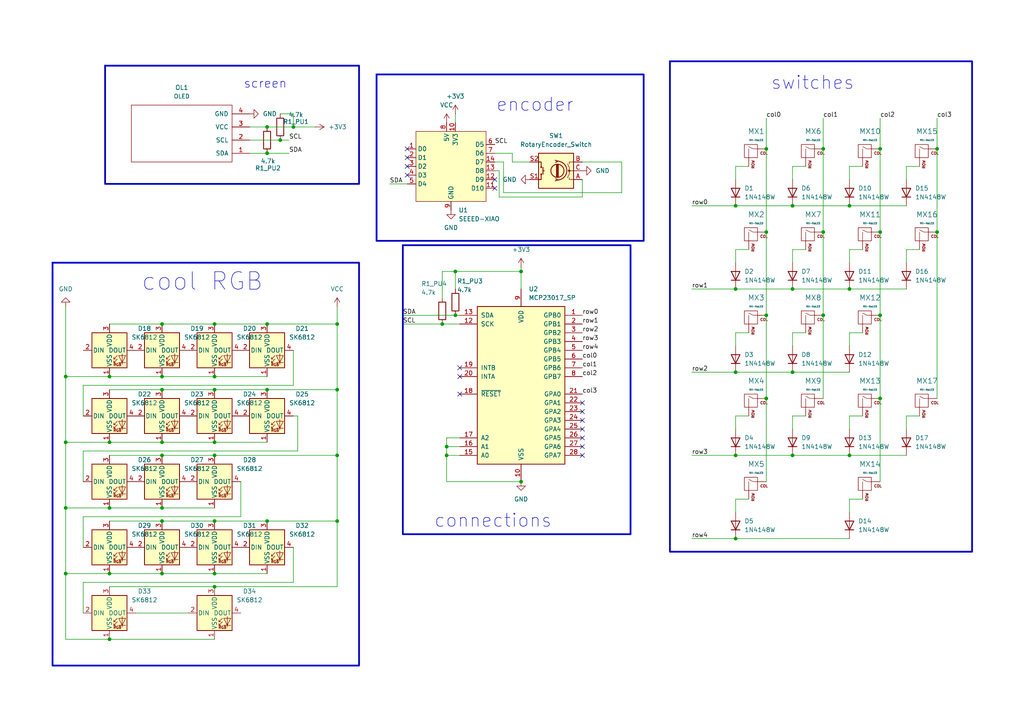
<source format=kicad_sch>
(kicad_sch (version 20231120) (generator "eeschema") (generator_version "8.0")
  (paper "A4")
  (lib_symbols
    (symbol "Device:R" (pin_numbers hide) (pin_names (offset 0))
      (property "Reference" "R" (at 2.032 0 90))
      (property "Value" "R" (at 0 0 90))
      (symbol "R_0_1"
        (rectangle (start -1.016 -2.54) (end 1.016 2.54) (stroke (width 0.254)))
      )
      (symbol "R_1_1"
        (pin passive line (at 0 3.81 270) (length 1.27) (name "~") (number "1"))
        (pin passive line (at 0 -3.81 90) (length 1.27) (name "~") (number "2"))
      )
    )
    (symbol "Device:RotaryEncoder_Switch" (pin_names (offset 0.254) hide)
      (property "Reference" "SW" (at 0 6.604 0))
      (property "Value" "RotaryEncoder_Switch" (at 0 -6.604 0))
      (symbol "RotaryEncoder_Switch_0_1"
        (rectangle (start -5.08 5.08) (end 5.08 -5.08) (stroke (width 0.254)) (fill (type background)))
        (circle (center -3.81 0) (radius 0.254) (fill (type outline)))
        (circle (center -0.381 0) (radius 1.905) (stroke (width 0.254)))
        (arc (start -0.381 2.667) (mid -3.0988 -0.0635) (end -0.381 -2.794) (stroke (width 0.254)))
        (polyline (pts (xy -0.635 -1.778) (xy -0.635 1.778)) (stroke (width 0.254)))
        (polyline (pts (xy -0.381 -1.778) (xy -0.381 1.778)) (stroke (width 0.254)))
        (polyline (pts (xy -0.127 1.778) (xy -0.127 -1.778)) (stroke (width 0.254)))
        (polyline (pts (xy 3.81 0) (xy 3.429 0)) (stroke (width 0.254)))
        (polyline (pts (xy 3.81 1.016) (xy 3.81 -1.016)) (stroke (width 0.254)))
        (polyline (pts (xy -5.08 -2.54) (xy -3.81 -2.54) (xy -3.81 -2.032)))
        (polyline (pts (xy -5.08 2.54) (xy -3.81 2.54) (xy -3.81 2.032)))
        (polyline (pts (xy 0.254 -3.048) (xy -0.508 -2.794) (xy 0.127 -2.413)) (stroke (width 0.254)))
        (polyline (pts (xy 0.254 2.921) (xy -0.508 2.667) (xy 0.127 2.286)) (stroke (width 0.254)))
        (polyline (pts (xy 5.08 -2.54) (xy 4.318 -2.54) (xy 4.318 -1.016)) (stroke (width 0.254)))
        (polyline (pts (xy 5.08 2.54) (xy 4.318 2.54) (xy 4.318 1.016)) (stroke (width 0.254)))
        (polyline (pts (xy -5.08 0) (xy -3.81 0) (xy -3.81 -1.016) (xy -3.302 -2.032)))
        (polyline (pts (xy -4.318 0) (xy -3.81 0) (xy -3.81 1.016) (xy -3.302 2.032)))
        (circle (center 4.318 -1.016) (radius 0.127) (stroke (width 0.254)))
        (circle (center 4.318 1.016) (radius 0.127) (stroke (width 0.254)))
      )
      (symbol "RotaryEncoder_Switch_1_1"
        (pin passive line (at -7.62 2.54 0) (length 2.54) (name "A") (number "A"))
        (pin passive line (at -7.62 -2.54 0) (length 2.54) (name "B") (number "B"))
        (pin passive line (at -7.62 0 0) (length 2.54) (name "C") (number "C"))
        (pin passive line (at 7.62 2.54 180) (length 2.54) (name "S1") (number "S1"))
        (pin passive line (at 7.62 -2.54 180) (length 2.54) (name "S2") (number "S2"))
      )
    )
    (symbol "Diode:1N4148W" (pin_numbers hide) (pin_names hide)
      (property "Reference" "D" (at 0 2.54 0))
      (property "Value" "1N4148W" (at 0 -2.54 0))
      (symbol "1N4148W_0_1"
        (polyline (pts (xy -1.27 1.27) (xy -1.27 -1.27)) (stroke (width 0.254)))
        (polyline (pts (xy 1.27 0) (xy -1.27 0)))
        (polyline (pts (xy 1.27 1.27) (xy 1.27 -1.27) (xy -1.27 0) (xy 1.27 1.27)) (stroke (width 0.254)))
      )
      (symbol "1N4148W_1_1"
        (pin passive line (at -3.81 0 0) (length 2.54) (name "K") (number "1"))
        (pin passive line (at 3.81 0 180) (length 2.54) (name "A") (number "2"))
      )
    )
    (symbol "Interface_Expansion:MCP23017_SP" (pin_names (offset 1.016))
      (property "Reference" "U" (at -11.43 24.13 0))
      (property "Value" "MCP23017_SP" (at 0 0 0))
      (symbol "MCP23017_SP_0_1"
        (rectangle (start -12.7 22.86) (end 12.7 -22.86) (stroke (width 0.254)) (fill (type background)))
      )
      (symbol "MCP23017_SP_1_1"
        (pin bidirectional line (at 17.78 20.32 180) (length 5.08) (name "GPB0") (number "1"))
        (pin power_in line (at 0 -27.94 90) (length 5.08) (name "VSS") (number "10"))
        (pin no_connect line (at -12.7 15.24 0) (length 5.08) hide (name "NC") (number "11"))
        (pin input line (at -17.78 17.78 0) (length 5.08) (name "SCK") (number "12"))
        (pin bidirectional line (at -17.78 20.32 0) (length 5.08) (name "SDA") (number "13"))
        (pin no_connect line (at -12.7 12.7 0) (length 5.08) hide (name "NC") (number "14"))
        (pin input line (at -17.78 -20.32 0) (length 5.08) (name "A0") (number "15"))
        (pin input line (at -17.78 -17.78 0) (length 5.08) (name "A1") (number "16"))
        (pin input line (at -17.78 -15.24 0) (length 5.08) (name "A2") (number "17"))
        (pin input line (at -17.78 -2.54 0) (length 5.08) (name "~{RESET}") (number "18"))
        (pin tri_state line (at -17.78 5.08 0) (length 5.08) (name "INTB") (number "19"))
        (pin bidirectional line (at 17.78 17.78 180) (length 5.08) (name "GPB1") (number "2"))
        (pin tri_state line (at -17.78 2.54 0) (length 5.08) (name "INTA") (number "20"))
        (pin bidirectional line (at 17.78 -2.54 180) (length 5.08) (name "GPA0") (number "21"))
        (pin bidirectional line (at 17.78 -5.08 180) (length 5.08) (name "GPA1") (number "22"))
        (pin bidirectional line (at 17.78 -7.62 180) (length 5.08) (name "GPA2") (number "23"))
        (pin bidirectional line (at 17.78 -10.16 180) (length 5.08) (name "GPA3") (number "24"))
        (pin bidirectional line (at 17.78 -12.7 180) (length 5.08) (name "GPA4") (number "25"))
        (pin bidirectional line (at 17.78 -15.24 180) (length 5.08) (name "GPA5") (number "26"))
        (pin bidirectional line (at 17.78 -17.78 180) (length 5.08) (name "GPA6") (number "27"))
        (pin bidirectional line (at 17.78 -20.32 180) (length 5.08) (name "GPA7") (number "28"))
        (pin bidirectional line (at 17.78 15.24 180) (length 5.08) (name "GPB2") (number "3"))
        (pin bidirectional line (at 17.78 12.7 180) (length 5.08) (name "GPB3") (number "4"))
        (pin bidirectional line (at 17.78 10.16 180) (length 5.08) (name "GPB4") (number "5"))
        (pin bidirectional line (at 17.78 7.62 180) (length 5.08) (name "GPB5") (number "6"))
        (pin bidirectional line (at 17.78 5.08 180) (length 5.08) (name "GPB6") (number "7"))
        (pin bidirectional line (at 17.78 2.54 180) (length 5.08) (name "GPB7") (number "8"))
        (pin power_in line (at 0 27.94 270) (length 5.08) (name "VDD") (number "9"))
      )
    )
    (symbol "LED:SK6812" (pin_names (offset 0.254))
      (property "Reference" "D" (at 5.08 5.715 0))
      (property "Value" "SK6812" (at 1.27 -5.715 0))
      (symbol "SK6812_0_0"
        (text "RGB" (at 2.286 -4.191 0) (effects (font (size 0.762 0.762))))
      )
      (symbol "SK6812_0_1"
        (polyline (pts (xy 1.27 -3.556) (xy 1.778 -3.556)))
        (polyline (pts (xy 1.27 -2.54) (xy 1.778 -2.54)))
        (polyline (pts (xy 4.699 -3.556) (xy 2.667 -3.556)))
        (polyline (pts (xy 2.286 -2.54) (xy 1.27 -3.556) (xy 1.27 -3.048)))
        (polyline (pts (xy 2.286 -1.524) (xy 1.27 -2.54) (xy 1.27 -2.032)))
        (polyline (pts (xy 3.683 -1.016) (xy 3.683 -3.556) (xy 3.683 -4.064)))
        (polyline (pts (xy 4.699 -1.524) (xy 2.667 -1.524) (xy 3.683 -3.556) (xy 4.699 -1.524)))
        (rectangle (start 5.08 5.08) (end -5.08 -5.08) (stroke (width 0.254)) (fill (type background)))
      )
      (symbol "SK6812_1_1"
        (pin power_in line (at 0 -7.62 90) (length 2.54) (name "VSS") (number "1"))
        (pin input line (at -7.62 0 0) (length 2.54) (name "DIN") (number "2"))
        (pin power_in line (at 0 7.62 270) (length 2.54) (name "VDD") (number "3"))
        (pin output line (at 7.62 0 180) (length 2.54) (name "DOUT") (number "4"))
      )
    )
    (symbol "MX_Alps_Hybrid:MX-NoLED" (pin_names (offset 1.016))
      (property "Reference" "MX" (at -0.635 3.81 0))
      (property "Value" "MX-NoLED" (at -0.635 1.27 0))
      (symbol "MX-NoLED_0_0"
        (rectangle (start -2.54 2.54) (end 1.27 -1.27))
        (polyline (pts (xy -1.27 -1.27) (xy -1.27 1.27)) (stroke (width 0.127)))
        (polyline (pts (xy 1.27 1.27) (xy 0 1.27) (xy -1.27 1.905)) (stroke (width 0.127)))
        (text "COL" (at 3.175 0 0) (effects (font (size 0.762 0.762))))
        (text "ROW" (at 0 -1.905 900) (effects (font (size 0.762 0.762)) (justify right)))
      )
      (symbol "MX-NoLED_1_1"
        (pin passive line (at 3.81 1.27 180) (length 2.54) (name "COL") (number "1"))
        (pin passive line (at -1.27 -3.81 90) (length 2.54) (name "ROW") (number "2"))
      )
    )
    (symbol "SEEED-XIAO:SEEED-XIAO"
      (property "Reference" "U" (at 2.794 13.716 0))
      (property "Value" "SEEED-XIAO" (at -0.254 0 0))
      (symbol "SEEED-XIAO_0_1"
        (rectangle (start -10.16 10.16) (end 10.16 -10.16) (fill (type background)))
      )
      (symbol "SEEED-XIAO_1_1"
        (pin bidirectional line (at -12.7 5.08 0) (length 2.54) (name "D0") (number "1"))
        (pin power_in line (at 1.27 12.7 270) (length 2.54) (name "3V3") (number "10"))
        (pin bidirectional line (at 12.7 -6.35 180) (length 2.54) (name "D10") (number "11"))
        (pin bidirectional line (at 12.7 -3.81 180) (length 2.54) (name "D9") (number "12"))
        (pin bidirectional line (at 12.7 -1.27 180) (length 2.54) (name "D8") (number "13"))
        (pin bidirectional line (at 12.7 1.27 180) (length 2.54) (name "D7") (number "14"))
        (pin bidirectional line (at -12.7 2.54 0) (length 2.54) (name "D1") (number "2"))
        (pin bidirectional line (at -12.7 0 0) (length 2.54) (name "D2") (number "3"))
        (pin bidirectional line (at -12.7 -2.54 0) (length 2.54) (name "D3") (number "4"))
        (pin bidirectional line (at -12.7 -5.08 0) (length 2.54) (name "D4") (number "5"))
        (pin bidirectional line (at 12.7 6.35 180) (length 2.54) (name "D5") (number "6"))
        (pin bidirectional line (at 12.7 3.81 180) (length 2.54) (name "D6") (number "7"))
        (pin power_in line (at -1.27 12.7 270) (length 2.54) (name "5V") (number "8"))
        (pin power_in line (at 0 -12.7 90) (length 2.54) (name "GND") (number "9"))
      )
    )
    (symbol "kbd:OLED" (pin_names (offset 1.016))
      (property "Reference" "OL" (at 0 2.54 0))
      (property "Value" "OLED" (at 0 -1.27 0))
      (symbol "OLED_0_1"
        (rectangle (start -13.97 8.89) (end 15.24 -7.62))
      )
      (symbol "OLED_1_1"
        (pin bidirectional line (at -19.05 6.35 0) (length 5.08) (name "SDA") (number "1"))
        (pin bidirectional line (at -19.05 2.54 0) (length 5.08) (name "SCL") (number "2"))
        (pin power_in line (at -19.05 -1.27 0) (length 5.08) (name "VCC") (number "3"))
        (pin power_in line (at -19.05 -5.08 0) (length 5.08) (name "GND") (number "4"))
      )
    )
    (symbol "power:+3V3" (power) (pin_numbers hide) (pin_names (offset 0) hide)
      (property "Value" "+3V3" (at 0 3.556 0))
      (symbol "+3V3_0_1"
        (polyline (pts (xy -0.762 1.27) (xy 0 2.54)))
        (polyline (pts (xy 0 0) (xy 0 2.54)))
        (polyline (pts (xy 0 2.54) (xy 0.762 1.27)))
      )
      (symbol "+3V3_1_1"
        (pin power_in line (at 0 0 90) (length 0) (name "~") (number "1"))
      )
    )
    (symbol "power:GND" (power) (pin_numbers hide) (pin_names (offset 0) hide)
      (property "Value" "GND" (at 0 -3.81 0))
      (symbol "GND_0_1"
        (polyline (pts (xy 0 0) (xy 0 -1.27) (xy 1.27 -1.27) (xy 0 -2.54) (xy -1.27 -1.27) (xy 0 -1.27)))
      )
      (symbol "GND_1_1"
        (pin power_in line (at 0 0 270) (length 0) (name "~") (number "1"))
      )
    )
    (symbol "power:VCC" (power) (pin_numbers hide) (pin_names (offset 0) hide)
      (property "Value" "VCC" (at 0 3.556 0))
      (symbol "VCC_0_1"
        (polyline (pts (xy -0.762 1.27) (xy 0 2.54)))
        (polyline (pts (xy 0 0) (xy 0 2.54)))
        (polyline (pts (xy 0 2.54) (xy 0.762 1.27)))
      )
      (symbol "VCC_1_1"
        (pin power_in line (at 0 0 90) (length 0) (name "~") (number "1"))
      )
    )
  )
  (junction (at 246.38 59.69))
  (junction (at 222.25 43.18))
  (junction (at 77.47 36.83))
  (junction (at 46.99 147.32))
  (junction (at 19.05 128.27))
  (junction (at 132.08 78.74))
  (junction (at 62.23 128.27))
  (junction (at 255.27 91.44))
  (junction (at 77.47 44.45))
  (junction (at 19.05 109.22))
  (junction (at 213.36 156.21))
  (junction (at 77.47 93.98))
  (junction (at 97.79 93.98))
  (junction (at 255.27 43.18))
  (junction (at 129.54 132.08))
  (junction (at 46.99 109.22))
  (junction (at 229.87 83.82))
  (junction (at 129.54 129.54))
  (junction (at 31.75 166.37))
  (junction (at 213.36 59.69))
  (junction (at 62.23 166.37))
  (junction (at 151.13 139.7))
  (junction (at 222.25 67.31))
  (junction (at 62.23 113.03))
  (junction (at 19.05 166.37))
  (junction (at 238.76 43.18))
  (junction (at 62.23 151.13))
  (junction (at 85.09 36.83))
  (junction (at 151.13 78.74))
  (junction (at 46.99 128.27))
  (junction (at 246.38 83.82))
  (junction (at 229.87 107.95))
  (junction (at 81.28 40.64))
  (junction (at 46.99 113.03))
  (junction (at 213.36 83.82))
  (junction (at 62.23 170.18))
  (junction (at 238.76 67.31))
  (junction (at 213.36 132.08))
  (junction (at 229.87 59.69))
  (junction (at 271.78 67.31))
  (junction (at 246.38 132.08))
  (junction (at 77.47 151.13))
  (junction (at 46.99 93.98))
  (junction (at 213.36 107.95))
  (junction (at 222.25 115.57))
  (junction (at 128.27 93.98))
  (junction (at 238.76 91.44))
  (junction (at 62.23 93.98))
  (junction (at 271.78 43.18))
  (junction (at 255.27 115.57))
  (junction (at 46.99 132.08))
  (junction (at 31.75 147.32))
  (junction (at 132.08 91.44))
  (junction (at 46.99 166.37))
  (junction (at 222.25 91.44))
  (junction (at 19.05 147.32))
  (junction (at 97.79 151.13))
  (junction (at 97.79 132.08))
  (junction (at 97.79 113.03))
  (junction (at 255.27 67.31))
  (junction (at 31.75 109.22))
  (junction (at 62.23 132.08))
  (junction (at 46.99 151.13))
  (junction (at 62.23 109.22))
  (junction (at 31.75 128.27))
  (junction (at 77.47 113.03))
  (junction (at 229.87 132.08))
  (junction (at 31.75 185.42))
  (no_connect (at 133.35 114.3))
  (no_connect (at 118.11 50.8))
  (no_connect (at 118.11 43.18))
  (no_connect (at 168.91 127))
  (no_connect (at 133.35 109.22))
  (no_connect (at 168.91 121.92))
  (no_connect (at 143.51 54.61))
  (no_connect (at 133.35 106.68))
  (no_connect (at 168.91 116.84))
  (no_connect (at 118.11 45.72))
  (no_connect (at 168.91 132.08))
  (no_connect (at 168.91 129.54))
  (no_connect (at 143.51 52.07))
  (no_connect (at 118.11 48.26))
  (no_connect (at 168.91 119.38))
  (no_connect (at 168.91 124.46))
  (wire (pts (xy 229.87 120.65) (xy 229.87 124.46)))
  (wire (pts (xy 128.27 78.74) (xy 132.08 78.74)))
  (wire (pts (xy 246.38 120.65) (xy 246.38 124.46)))
  (wire (pts (xy 19.05 147.32) (xy 19.05 166.37)))
  (wire (pts (xy 213.36 132.08) (xy 229.87 132.08)))
  (wire (pts (xy 62.23 166.37) (xy 77.47 166.37)))
  (wire (pts (xy 31.75 113.03) (xy 46.99 113.03)))
  (wire (pts (xy 222.25 34.29) (xy 222.25 43.18)))
  (wire (pts (xy 46.99 151.13) (xy 62.23 151.13)))
  (wire (pts (xy 229.87 132.08) (xy 246.38 132.08)))
  (wire (pts (xy 69.85 149.86) (xy 24.13 149.86)))
  (wire (pts (xy 213.36 72.39) (xy 213.36 76.2)))
  (wire (pts (xy 31.75 185.42) (xy 62.23 185.42)))
  (wire (pts (xy 77.47 93.98) (xy 97.79 93.98)))
  (wire (pts (xy 132.08 33.02) (xy 132.08 35.56)))
  (wire (pts (xy 213.36 144.78) (xy 213.36 148.59)))
  (wire (pts (xy 24.13 149.86) (xy 24.13 158.75)))
  (wire (pts (xy 19.05 88.9) (xy 19.05 109.22)))
  (wire (pts (xy 132.08 78.74) (xy 151.13 78.74)))
  (wire (pts (xy 97.79 132.08) (xy 97.79 113.03)))
  (wire (pts (xy 238.76 43.18) (xy 238.76 67.31)))
  (wire (pts (xy 238.76 34.29) (xy 238.76 43.18)))
  (wire (pts (xy 129.54 127) (xy 133.35 127)))
  (wire (pts (xy 229.87 48.26) (xy 229.87 52.07)))
  (wire (pts (xy 151.13 78.74) (xy 151.13 77.47)))
  (wire (pts (xy 86.36 120.65) (xy 86.36 130.81)))
  (wire (pts (xy 200.66 107.95) (xy 213.36 107.95)))
  (wire (pts (xy 31.75 151.13) (xy 46.99 151.13)))
  (wire (pts (xy 250.19 144.78) (xy 246.38 144.78)))
  (wire (pts (xy 77.47 151.13) (xy 97.79 151.13)))
  (wire (pts (xy 77.47 113.03) (xy 97.79 113.03)))
  (wire (pts (xy 146.05 46.99) (xy 143.51 46.99)))
  (wire (pts (xy 46.99 109.22) (xy 62.23 109.22)))
  (wire (pts (xy 72.39 36.83) (xy 77.47 36.83)))
  (wire (pts (xy 46.99 128.27) (xy 62.23 128.27)))
  (wire (pts (xy 31.75 132.08) (xy 46.99 132.08)))
  (wire (pts (xy 213.36 96.52) (xy 213.36 100.33)))
  (wire (pts (xy 85.09 120.65) (xy 86.36 120.65)))
  (wire (pts (xy 77.47 36.83) (xy 85.09 36.83)))
  (wire (pts (xy 238.76 91.44) (xy 238.76 115.57)))
  (wire (pts (xy 46.99 166.37) (xy 62.23 166.37)))
  (wire (pts (xy 238.76 67.31) (xy 238.76 91.44)))
  (wire (pts (xy 31.75 170.18) (xy 62.23 170.18)))
  (wire (pts (xy 222.25 67.31) (xy 222.25 91.44)))
  (wire (pts (xy 262.89 48.26) (xy 262.89 52.07)))
  (wire (pts (xy 151.13 139.7) (xy 129.54 139.7)))
  (wire (pts (xy 246.38 48.26) (xy 246.38 52.07)))
  (wire (pts (xy 146.05 55.88) (xy 146.05 46.99)))
  (wire (pts (xy 62.23 113.03) (xy 77.47 113.03)))
  (wire (pts (xy 39.37 177.8) (xy 54.61 177.8)))
  (wire (pts (xy 217.17 72.39) (xy 213.36 72.39)))
  (wire (pts (xy 72.39 44.45) (xy 77.47 44.45)))
  (wire (pts (xy 266.7 72.39) (xy 262.89 72.39)))
  (wire (pts (xy 62.23 151.13) (xy 77.47 151.13)))
  (wire (pts (xy 19.05 147.32) (xy 31.75 147.32)))
  (wire (pts (xy 31.75 147.32) (xy 46.99 147.32)))
  (wire (pts (xy 31.75 93.98) (xy 46.99 93.98)))
  (wire (pts (xy 97.79 88.9) (xy 97.79 93.98)))
  (wire (pts (xy 255.27 67.31) (xy 255.27 91.44)))
  (wire (pts (xy 62.23 128.27) (xy 77.47 128.27)))
  (wire (pts (xy 19.05 166.37) (xy 31.75 166.37)))
  (wire (pts (xy 97.79 151.13) (xy 97.79 132.08)))
  (wire (pts (xy 250.19 96.52) (xy 246.38 96.52)))
  (wire (pts (xy 31.75 128.27) (xy 46.99 128.27)))
  (wire (pts (xy 246.38 144.78) (xy 246.38 148.59)))
  (wire (pts (xy 19.05 109.22) (xy 31.75 109.22)))
  (wire (pts (xy 97.79 93.98) (xy 97.79 113.03)))
  (wire (pts (xy 229.87 59.69) (xy 246.38 59.69)))
  (wire (pts (xy 271.78 34.29) (xy 271.78 43.18)))
  (wire (pts (xy 113.03 53.34) (xy 118.11 53.34)))
  (wire (pts (xy 233.68 96.52) (xy 229.87 96.52)))
  (wire (pts (xy 229.87 107.95) (xy 246.38 107.95)))
  (wire (pts (xy 72.39 40.64) (xy 81.28 40.64)))
  (wire (pts (xy 229.87 72.39) (xy 229.87 76.2)))
  (wire (pts (xy 31.75 109.22) (xy 46.99 109.22)))
  (wire (pts (xy 129.54 129.54) (xy 129.54 127)))
  (wire (pts (xy 213.36 48.26) (xy 213.36 52.07)))
  (wire (pts (xy 24.13 130.81) (xy 24.13 139.7)))
  (wire (pts (xy 213.36 107.95) (xy 229.87 107.95)))
  (wire (pts (xy 250.19 72.39) (xy 246.38 72.39)))
  (wire (pts (xy 81.28 40.64) (xy 83.82 40.64)))
  (wire (pts (xy 217.17 48.26) (xy 213.36 48.26)))
  (wire (pts (xy 200.66 156.21) (xy 213.36 156.21)))
  (wire (pts (xy 129.54 139.7) (xy 129.54 132.08)))
  (wire (pts (xy 217.17 120.65) (xy 213.36 120.65)))
  (wire (pts (xy 168.91 57.15) (xy 144.78 57.15)))
  (wire (pts (xy 246.38 83.82) (xy 262.89 83.82)))
  (wire (pts (xy 180.34 46.99) (xy 180.34 55.88)))
  (wire (pts (xy 233.68 120.65) (xy 229.87 120.65)))
  (wire (pts (xy 200.66 83.82) (xy 213.36 83.82)))
  (wire (pts (xy 85.09 158.75) (xy 85.09 168.91)))
  (wire (pts (xy 222.25 43.18) (xy 222.25 67.31)))
  (wire (pts (xy 77.47 44.45) (xy 83.82 44.45)))
  (wire (pts (xy 229.87 96.52) (xy 229.87 100.33)))
  (wire (pts (xy 271.78 43.18) (xy 271.78 67.31)))
  (wire (pts (xy 129.54 132.08) (xy 133.35 132.08)))
  (wire (pts (xy 255.27 91.44) (xy 255.27 115.57)))
  (wire (pts (xy 128.27 93.98) (xy 133.35 93.98)))
  (wire (pts (xy 246.38 96.52) (xy 246.38 100.33)))
  (wire (pts (xy 24.13 168.91) (xy 24.13 177.8)))
  (wire (pts (xy 200.66 59.69) (xy 213.36 59.69)))
  (wire (pts (xy 250.19 48.26) (xy 246.38 48.26)))
  (wire (pts (xy 255.27 115.57) (xy 255.27 139.7)))
  (wire (pts (xy 62.23 170.18) (xy 97.79 170.18)))
  (wire (pts (xy 213.36 83.82) (xy 229.87 83.82)))
  (wire (pts (xy 168.91 52.07) (xy 168.91 57.15)))
  (wire (pts (xy 217.17 144.78) (xy 213.36 144.78)))
  (wire (pts (xy 19.05 185.42) (xy 19.05 166.37)))
  (wire (pts (xy 180.34 55.88) (xy 146.05 55.88)))
  (wire (pts (xy 151.13 78.74) (xy 151.13 83.82)))
  (wire (pts (xy 229.87 83.82) (xy 246.38 83.82)))
  (wire (pts (xy 31.75 166.37) (xy 46.99 166.37)))
  (wire (pts (xy 85.09 33.02) (xy 85.09 36.83)))
  (wire (pts (xy 255.27 34.29) (xy 255.27 43.18)))
  (wire (pts (xy 262.89 120.65) (xy 262.89 124.46)))
  (wire (pts (xy 116.84 93.98) (xy 128.27 93.98)))
  (wire (pts (xy 213.36 59.69) (xy 229.87 59.69)))
  (wire (pts (xy 116.84 91.44) (xy 132.08 91.44)))
  (wire (pts (xy 129.54 132.08) (xy 129.54 129.54)))
  (wire (pts (xy 144.78 57.15) (xy 144.78 49.53)))
  (wire (pts (xy 213.36 156.21) (xy 246.38 156.21)))
  (wire (pts (xy 19.05 128.27) (xy 19.05 147.32)))
  (wire (pts (xy 24.13 111.76) (xy 24.13 120.65)))
  (wire (pts (xy 222.25 91.44) (xy 222.25 115.57)))
  (wire (pts (xy 46.99 132.08) (xy 62.23 132.08)))
  (wire (pts (xy 62.23 109.22) (xy 77.47 109.22)))
  (wire (pts (xy 86.36 130.81) (xy 24.13 130.81)))
  (wire (pts (xy 217.17 96.52) (xy 213.36 96.52)))
  (wire (pts (xy 46.99 147.32) (xy 62.23 147.32)))
  (wire (pts (xy 233.68 72.39) (xy 229.87 72.39)))
  (wire (pts (xy 19.05 128.27) (xy 31.75 128.27)))
  (wire (pts (xy 266.7 48.26) (xy 262.89 48.26)))
  (wire (pts (xy 46.99 113.03) (xy 62.23 113.03)))
  (wire (pts (xy 144.78 49.53) (xy 143.51 49.53)))
  (wire (pts (xy 148.59 46.99) (xy 148.59 44.45)))
  (wire (pts (xy 69.85 139.7) (xy 69.85 149.86)))
  (wire (pts (xy 81.28 33.02) (xy 85.09 33.02)))
  (wire (pts (xy 148.59 44.45) (xy 143.51 44.45)))
  (wire (pts (xy 85.09 101.6) (xy 85.09 111.76)))
  (wire (pts (xy 128.27 86.36) (xy 128.27 78.74)))
  (wire (pts (xy 266.7 120.65) (xy 262.89 120.65)))
  (wire (pts (xy 85.09 168.91) (xy 24.13 168.91)))
  (wire (pts (xy 262.89 72.39) (xy 262.89 76.2)))
  (wire (pts (xy 62.23 132.08) (xy 97.79 132.08)))
  (wire (pts (xy 46.99 93.98) (xy 62.23 93.98)))
  (wire (pts (xy 246.38 59.69) (xy 262.89 59.69)))
  (wire (pts (xy 153.67 46.99) (xy 148.59 46.99)))
  (wire (pts (xy 19.05 109.22) (xy 19.05 128.27)))
  (wire (pts (xy 85.09 111.76) (xy 24.13 111.76)))
  (wire (pts (xy 129.54 129.54) (xy 133.35 129.54)))
  (wire (pts (xy 132.08 91.44) (xy 133.35 91.44)))
  (wire (pts (xy 233.68 48.26) (xy 229.87 48.26)))
  (wire (pts (xy 31.75 185.42) (xy 19.05 185.42)))
  (wire (pts (xy 85.09 36.83) (xy 91.44 36.83)))
  (wire (pts (xy 246.38 72.39) (xy 246.38 76.2)))
  (wire (pts (xy 250.19 120.65) (xy 246.38 120.65)))
  (wire (pts (xy 222.25 115.57) (xy 222.25 139.7)))
  (wire (pts (xy 271.78 67.31) (xy 271.78 115.57)))
  (wire (pts (xy 200.66 132.08) (xy 213.36 132.08)))
  (wire (pts (xy 62.23 93.98) (xy 77.47 93.98)))
  (wire (pts (xy 255.27 43.18) (xy 255.27 67.31)))
  (wire (pts (xy 213.36 120.65) (xy 213.36 124.46)))
  (wire (pts (xy 132.08 83.82) (xy 132.08 78.74)))
  (wire (pts (xy 246.38 132.08) (xy 262.89 132.08)))
  (wire (pts (xy 168.91 46.99) (xy 180.34 46.99)))
  (wire (pts (xy 97.79 170.18) (xy 97.79 151.13)))
  (rectangle (start 116.84 71.12) (end 182.88 154.94) (stroke (width 0.508)))
  (rectangle (start 194.31 17.78) (end 281.94 160.02) (stroke (width 0.508)))
  (rectangle (start 109.22 21.59) (end 186.69 69.85) (stroke (width 0.508)))
  (rectangle (start 15.24 76.2) (end 104.14 193.04) (stroke (width 0.508)))
  (rectangle (start 30.48 19.05) (end 104.14 53.34) (stroke (width 0.508)))
  (text "connections" (at 143.002 151.13 0) (effects (font (size 3.81 3.81))))
  (text "encoder" (at 155.194 30.48 0) (effects (font (size 3.81 3.81))))
  (text "screen\n" (at 76.962 24.384 0) (effects (font (size 2.54 2.54))))
  (text "switches" (at 235.712 24.13 0) (effects (font (size 3.81 3.81))))
  (text "cool RGB" (at 58.674 81.788 0) (effects (font (size 5.08 5.08))))
  (label "col0" (at 168.91 104.14 0))
  (label "row1" (at 168.91 93.98 0))
  (label "SDA" (at 83.82 44.45 0))
  (label "row0" (at 168.91 91.44 0))
  (label "row3" (at 168.91 99.06 0))
  (label "SCL" (at 143.51 41.91 0))
  (label "SCL" (at 83.82 40.64 0))
  (label "col2" (at 255.27 34.29 0))
  (label "row3" (at 200.66 132.08 0))
  (label "col1" (at 168.91 106.68 0))
  (label "SDA" (at 116.84 91.44 0))
  (label "row1" (at 200.66 83.82 0))
  (label "col3" (at 168.91 114.3 0))
  (label "row0" (at 200.66 59.69 0))
  (label "row2" (at 200.66 107.95 0))
  (label "SDA" (at 113.03 53.34 0))
  (label "row4" (at 168.91 101.6 0))
  (label "row2" (at 168.91 96.52 0))
  (label "col2" (at 168.91 109.22 0))
  (label "row4" (at 200.66 156.21 0))
  (label "col1" (at 238.76 34.29 0))
  (label "SCL" (at 116.84 93.98 0))
  (label "col3" (at 271.78 34.29 0))
  (label "col0" (at 222.25 34.29 0))
  (symbol (lib_id "Diode:1N4148W") (at 213.36 152.4 90) (unit 1)
    (property "Reference" "D5" (at 215.9 151.1299 90) (effects (justify right)))
    (property "Value" "1N4148W" (at 215.9 153.6699 90) (effects (justify right)))
    (property "Footprint" "Diode_THT:D_DO-35_SOD27_P7.62mm_Horizontal" (effects (hide yes)))
    (property "Datasheet" "https://www.vishay.com/docs/85748/1n4148w.pdf" (effects (hide yes)))
    (property "Description" "75V 0.15A Fast Switching Diode, SOD-123" (effects (hide yes)))
    (property "Sim.Device" "D" (effects (hide yes)))
    (property "Sim.Pins" "1=K 2=A" (effects (hide yes)))
  )
  (symbol (lib_id "MX_Alps_Hybrid:MX-NoLED") (at 218.44 68.58 0) (unit 1)
    (property "Reference" "MX2" (at 219.3352 62.23 0) (effects (font (size 1.524 1.524))))
    (property "Value" "MX-NoLED" (at 219.3352 64.77 0) (effects (font (size 0.508 0.508))))
    (property "Footprint" "MX_Solderable:MX-Solderable-1U" (effects (hide yes)))
  )
  (symbol (lib_id "Device:R") (at 128.27 90.17 0) (unit 1)
    (property "Reference" "R1_PU4" (at 122.174 82.296 0) (effects (justify left)))
    (property "Value" "4.7k" (at 122.174 84.836 0) (effects (justify left)))
    (property "Footprint" "Resistor_THT:R_Axial_DIN0204_L3.6mm_D1.6mm_P7.62mm_Horizontal" (effects (hide yes)))
    (property "Description" "Resistor" (effects (hide yes)))
  )
  (symbol (lib_id "MX_Alps_Hybrid:MX-NoLED") (at 267.97 68.58 0) (unit 1)
    (property "Reference" "MX16" (at 268.8652 62.23 0) (effects (font (size 1.524 1.524))))
    (property "Value" "MX-NoLED" (at 268.8652 64.77 0) (effects (font (size 0.508 0.508))))
    (property "Footprint" "MX_Solderable:MX-Solderable-2U-Vertical" (effects (hide yes)))
  )
  (symbol (lib_id "Diode:1N4148W") (at 213.36 55.88 90) (unit 1)
    (property "Reference" "D1" (at 215.9 54.6099 90) (effects (justify right)))
    (property "Value" "1N4148W" (at 215.9 57.1499 90) (effects (justify right)))
    (property "Footprint" "Diode_THT:D_DO-35_SOD27_P7.62mm_Horizontal" (effects (hide yes)))
    (property "Datasheet" "https://www.vishay.com/docs/85748/1n4148w.pdf" (effects (hide yes)))
    (property "Description" "75V 0.15A Fast Switching Diode, SOD-123" (effects (hide yes)))
    (property "Sim.Device" "D" (effects (hide yes)))
    (property "Sim.Pins" "1=K 2=A" (effects (hide yes)))
  )
  (symbol (lib_id "MX_Alps_Hybrid:MX-NoLED") (at 251.46 44.45 0) (unit 1)
    (property "Reference" "MX10" (at 252.3552 38.1 0) (effects (font (size 1.524 1.524))))
    (property "Value" "MX-NoLED" (at 252.3552 40.64 0) (effects (font (size 0.508 0.508))))
    (property "Footprint" "MX_Solderable:MX-Solderable-1U" (effects (hide yes)))
  )
  (symbol (lib_id "MX_Alps_Hybrid:MX-NoLED") (at 251.46 92.71 0) (unit 1)
    (property "Reference" "MX12" (at 252.3552 86.36 0) (effects (font (size 1.524 1.524))))
    (property "Value" "MX-NoLED" (at 252.3552 88.9 0) (effects (font (size 0.508 0.508))))
    (property "Footprint" "MX_Solderable:MX-Solderable-1U" (effects (hide yes)))
  )
  (symbol (lib_id "Diode:1N4148W") (at 262.89 128.27 90) (unit 1)
    (property "Reference" "D17" (at 265.43 126.9999 90) (effects (justify right)))
    (property "Value" "1N4148W" (at 265.43 129.5399 90) (effects (justify right)))
    (property "Footprint" "Diode_THT:D_DO-35_SOD27_P7.62mm_Horizontal" (effects (hide yes)))
    (property "Datasheet" "https://www.vishay.com/docs/85748/1n4148w.pdf" (effects (hide yes)))
    (property "Description" "75V 0.15A Fast Switching Diode, SOD-123" (effects (hide yes)))
    (property "Sim.Device" "D" (effects (hide yes)))
    (property "Sim.Pins" "1=K 2=A" (effects (hide yes)))
  )
  (symbol (lib_id "Diode:1N4148W") (at 246.38 80.01 90) (unit 1)
    (property "Reference" "D11" (at 248.92 78.7399 90) (effects (justify right)))
    (property "Value" "1N4148W" (at 248.92 81.2799 90) (effects (justify right)))
    (property "Footprint" "Diode_THT:D_DO-35_SOD27_P7.62mm_Horizontal" (effects (hide yes)))
    (property "Datasheet" "https://www.vishay.com/docs/85748/1n4148w.pdf" (effects (hide yes)))
    (property "Description" "75V 0.15A Fast Switching Diode, SOD-123" (effects (hide yes)))
    (property "Sim.Device" "D" (effects (hide yes)))
    (property "Sim.Pins" "1=K 2=A" (effects (hide yes)))
  )
  (symbol (lib_id "power:+3V3") (at 132.08 33.02 0) (unit 1)
    (property "Reference" "#PWR05" (effects (hide yes)))
    (property "Value" "+3V3" (at 132.08 27.94 0))
    (property "Description" "Power symbol creates a global label with name \"+3V3\"" (effects (hide yes)))
  )
  (symbol (lib_id "LED:SK6812") (at 31.75 139.7 0) (unit 1)
    (property "Reference" "D26" (at 41.91 133.3814 0))
    (property "Value" "SK6812" (at 41.91 135.9214 0))
    (property "Footprint" "LED underglow:SK6812MINI-E" (effects (hide yes)))
    (property "Datasheet" "https://cdn-shop.adafruit.com/product-files/1138/SK6812+LED+datasheet+.pdf" (effects (hide yes)))
    (property "Description" "RGB LED with integrated controller" (effects (hide yes)))
  )
  (symbol (lib_id "Device:R") (at 132.08 87.63 180) (unit 1)
    (property "Reference" "R1_PU3" (at 132.588 81.534 0) (effects (justify right)))
    (property "Value" "4.7k" (at 132.588 84.074 0) (effects (justify right)))
    (property "Footprint" "Resistor_THT:R_Axial_DIN0204_L3.6mm_D1.6mm_P7.62mm_Horizontal" (effects (hide yes)))
    (property "Description" "Resistor" (effects (hide yes)))
  )
  (symbol (lib_id "Diode:1N4148W") (at 246.38 128.27 90) (unit 1)
    (property "Reference" "D13" (at 248.92 126.9999 90) (effects (justify right)))
    (property "Value" "1N4148W" (at 248.92 129.5399 90) (effects (justify right)))
    (property "Footprint" "Diode_THT:D_DO-35_SOD27_P7.62mm_Horizontal" (effects (hide yes)))
    (property "Datasheet" "https://www.vishay.com/docs/85748/1n4148w.pdf" (effects (hide yes)))
    (property "Description" "75V 0.15A Fast Switching Diode, SOD-123" (effects (hide yes)))
    (property "Sim.Device" "D" (effects (hide yes)))
    (property "Sim.Pins" "1=K 2=A" (effects (hide yes)))
  )
  (symbol (lib_id "Diode:1N4148W") (at 262.89 55.88 90) (unit 1)
    (property "Reference" "D15" (at 265.43 54.6099 90) (effects (justify right)))
    (property "Value" "1N4148W" (at 265.43 57.1499 90) (effects (justify right)))
    (property "Footprint" "Diode_THT:D_DO-35_SOD27_P7.62mm_Horizontal" (effects (hide yes)))
    (property "Datasheet" "https://www.vishay.com/docs/85748/1n4148w.pdf" (effects (hide yes)))
    (property "Description" "75V 0.15A Fast Switching Diode, SOD-123" (effects (hide yes)))
    (property "Sim.Device" "D" (effects (hide yes)))
    (property "Sim.Pins" "1=K 2=A" (effects (hide yes)))
  )
  (symbol (lib_id "LED:SK6812") (at 31.75 101.6 0) (unit 1)
    (property "Reference" "D18" (at 41.91 95.2814 0))
    (property "Value" "SK6812" (at 41.91 97.8214 0))
    (property "Footprint" "LED underglow:SK6812MINI-E" (effects (hide yes)))
    (property "Datasheet" "https://cdn-shop.adafruit.com/product-files/1138/SK6812+LED+datasheet+.pdf" (effects (hide yes)))
    (property "Description" "RGB LED with integrated controller" (effects (hide yes)))
  )
  (symbol (lib_id "LED:SK6812") (at 46.99 139.7 0) (unit 1)
    (property "Reference" "D27" (at 57.15 133.3814 0))
    (property "Value" "SK6812" (at 57.15 135.9214 0))
    (property "Footprint" "LED underglow:SK6812MINI-E" (effects (hide yes)))
    (property "Datasheet" "https://cdn-shop.adafruit.com/product-files/1138/SK6812+LED+datasheet+.pdf" (effects (hide yes)))
    (property "Description" "RGB LED with integrated controller" (effects (hide yes)))
  )
  (symbol (lib_id "LED:SK6812") (at 62.23 101.6 0) (unit 1)
    (property "Reference" "D20" (at 72.39 95.2814 0))
    (property "Value" "SK6812" (at 72.39 97.8214 0))
    (property "Footprint" "LED underglow:SK6812MINI-E" (effects (hide yes)))
    (property "Datasheet" "https://cdn-shop.adafruit.com/product-files/1138/SK6812+LED+datasheet+.pdf" (effects (hide yes)))
    (property "Description" "RGB LED with integrated controller" (effects (hide yes)))
  )
  (symbol (lib_id "MX_Alps_Hybrid:MX-NoLED") (at 218.44 140.97 0) (unit 1)
    (property "Reference" "MX5" (at 219.3352 134.62 0) (effects (font (size 1.524 1.524))))
    (property "Value" "MX-NoLED" (at 219.3352 137.16 0) (effects (font (size 0.508 0.508))))
    (property "Footprint" "MX_Solderable:MX-Solderable-2U" (effects (hide yes)))
  )
  (symbol (lib_id "Diode:1N4148W") (at 213.36 80.01 90) (unit 1)
    (property "Reference" "D2" (at 215.9 78.7399 90) (effects (justify right)))
    (property "Value" "1N4148W" (at 215.9 81.2799 90) (effects (justify right)))
    (property "Footprint" "Diode_THT:D_DO-35_SOD27_P7.62mm_Horizontal" (effects (hide yes)))
    (property "Datasheet" "https://www.vishay.com/docs/85748/1n4148w.pdf" (effects (hide yes)))
    (property "Description" "75V 0.15A Fast Switching Diode, SOD-123" (effects (hide yes)))
    (property "Sim.Device" "D" (effects (hide yes)))
    (property "Sim.Pins" "1=K 2=A" (effects (hide yes)))
  )
  (symbol (lib_id "Diode:1N4148W") (at 262.89 80.01 90) (unit 1)
    (property "Reference" "D16" (at 265.43 78.7399 90) (effects (justify right)))
    (property "Value" "1N4148W" (at 265.43 81.2799 90) (effects (justify right)))
    (property "Footprint" "Diode_THT:D_DO-35_SOD27_P7.62mm_Horizontal" (effects (hide yes)))
    (property "Datasheet" "https://www.vishay.com/docs/85748/1n4148w.pdf" (effects (hide yes)))
    (property "Description" "75V 0.15A Fast Switching Diode, SOD-123" (effects (hide yes)))
    (property "Sim.Device" "D" (effects (hide yes)))
    (property "Sim.Pins" "1=K 2=A" (effects (hide yes)))
  )
  (symbol (lib_id "MX_Alps_Hybrid:MX-NoLED") (at 267.97 116.84 0) (unit 1)
    (property "Reference" "MX17" (at 268.8652 110.49 0) (effects (font (size 1.524 1.524))))
    (property "Value" "MX-NoLED" (at 268.8652 113.03 0) (effects (font (size 0.508 0.508))))
    (property "Footprint" "MX_Solderable:MX-Solderable-2U-Vertical" (effects (hide yes)))
  )
  (symbol (lib_id "MX_Alps_Hybrid:MX-NoLED") (at 234.95 44.45 0) (unit 1)
    (property "Reference" "MX6" (at 235.8452 38.1 0) (effects (font (size 1.524 1.524))))
    (property "Value" "MX-NoLED" (at 235.8452 40.64 0) (effects (font (size 0.508 0.508))))
    (property "Footprint" "MX_Solderable:MX-Solderable-1U" (effects (hide yes)))
  )
  (symbol (lib_id "power:GND") (at 130.81 60.96 0) (unit 1)
    (property "Reference" "#PWR04" (effects (hide yes)))
    (property "Value" "GND" (at 130.81 66.04 0))
    (property "Description" "Power symbol creates a global label with name \"GND\" , ground" (effects (hide yes)))
  )
  (symbol (lib_id "Diode:1N4148W") (at 213.36 128.27 90) (unit 1)
    (property "Reference" "D4" (at 215.9 126.9999 90) (effects (justify right)))
    (property "Value" "1N4148W" (at 215.9 129.5399 90) (effects (justify right)))
    (property "Footprint" "Diode_THT:D_DO-35_SOD27_P7.62mm_Horizontal" (effects (hide yes)))
    (property "Datasheet" "https://www.vishay.com/docs/85748/1n4148w.pdf" (effects (hide yes)))
    (property "Description" "75V 0.15A Fast Switching Diode, SOD-123" (effects (hide yes)))
    (property "Sim.Device" "D" (effects (hide yes)))
    (property "Sim.Pins" "1=K 2=A" (effects (hide yes)))
  )
  (symbol (lib_id "power:GND") (at 19.05 88.9 180) (unit 1)
    (property "Reference" "#PWR011" (effects (hide yes)))
    (property "Value" "GND" (at 19.05 83.82 0))
    (property "Description" "Power symbol creates a global label with name \"GND\" , ground" (effects (hide yes)))
  )
  (symbol (lib_id "LED:SK6812") (at 77.47 120.65 0) (unit 1)
    (property "Reference" "D25" (at 87.63 114.3314 0))
    (property "Value" "SK6812" (at 87.63 116.8714 0))
    (property "Footprint" "LED underglow:SK6812MINI-E" (effects (hide yes)))
    (property "Datasheet" "https://cdn-shop.adafruit.com/product-files/1138/SK6812+LED+datasheet+.pdf" (effects (hide yes)))
    (property "Description" "RGB LED with integrated controller" (effects (hide yes)))
  )
  (symbol (lib_id "Diode:1N4148W") (at 229.87 80.01 90) (unit 1)
    (property "Reference" "D7" (at 232.41 78.7399 90) (effects (justify right)))
    (property "Value" "1N4148W" (at 232.41 81.2799 90) (effects (justify right)))
    (property "Footprint" "Diode_THT:D_DO-35_SOD27_P7.62mm_Horizontal" (effects (hide yes)))
    (property "Datasheet" "https://www.vishay.com/docs/85748/1n4148w.pdf" (effects (hide yes)))
    (property "Description" "75V 0.15A Fast Switching Diode, SOD-123" (effects (hide yes)))
    (property "Sim.Device" "D" (effects (hide yes)))
    (property "Sim.Pins" "1=K 2=A" (effects (hide yes)))
  )
  (symbol (lib_id "LED:SK6812") (at 62.23 120.65 0) (unit 1)
    (property "Reference" "D24" (at 72.39 114.3314 0))
    (property "Value" "SK6812" (at 72.39 116.8714 0))
    (property "Footprint" "LED underglow:SK6812MINI-E" (effects (hide yes)))
    (property "Datasheet" "https://cdn-shop.adafruit.com/product-files/1138/SK6812+LED+datasheet+.pdf" (effects (hide yes)))
    (property "Description" "RGB LED with integrated controller" (effects (hide yes)))
  )
  (symbol (lib_id "Diode:1N4148W") (at 213.36 104.14 90) (unit 1)
    (property "Reference" "D3" (at 215.9 102.8699 90) (effects (justify right)))
    (property "Value" "1N4148W" (at 215.9 105.4099 90) (effects (justify right)))
    (property "Footprint" "Diode_THT:D_DO-35_SOD27_P7.62mm_Horizontal" (effects (hide yes)))
    (property "Datasheet" "https://www.vishay.com/docs/85748/1n4148w.pdf" (effects (hide yes)))
    (property "Description" "75V 0.15A Fast Switching Diode, SOD-123" (effects (hide yes)))
    (property "Sim.Device" "D" (effects (hide yes)))
    (property "Sim.Pins" "1=K 2=A" (effects (hide yes)))
  )
  (symbol (lib_id "Device:R") (at 77.47 40.64 180) (unit 1)
    (property "Reference" "R1_PU2" (at 77.724 48.768 0))
    (property "Value" "4.7k" (at 77.724 46.736 0))
    (property "Footprint" "Resistor_THT:R_Axial_DIN0204_L3.6mm_D1.6mm_P7.62mm_Horizontal" (effects (hide yes)))
    (property "Description" "Resistor" (effects (hide yes)))
  )
  (symbol (lib_id "LED:SK6812") (at 31.75 120.65 0) (unit 1)
    (property "Reference" "D22" (at 41.91 114.3314 0))
    (property "Value" "SK6812" (at 41.91 116.8714 0))
    (property "Footprint" "LED underglow:SK6812MINI-E" (effects (hide yes)))
    (property "Datasheet" "https://cdn-shop.adafruit.com/product-files/1138/SK6812+LED+datasheet+.pdf" (effects (hide yes)))
    (property "Description" "RGB LED with integrated controller" (effects (hide yes)))
  )
  (symbol (lib_id "power:GND") (at 151.13 139.7 0) (unit 1)
    (property "Reference" "#PWR07" (effects (hide yes)))
    (property "Value" "GND" (at 151.13 144.78 0))
    (property "Description" "Power symbol creates a global label with name \"GND\" , ground" (effects (hide yes)))
  )
  (symbol (lib_id "LED:SK6812") (at 62.23 177.8 0) (unit 1)
    (property "Reference" "D34" (at 72.39 171.4814 0))
    (property "Value" "SK6812" (at 72.39 174.0214 0))
    (property "Footprint" "LED underglow:SK6812MINI-E" (effects (hide yes)))
    (property "Datasheet" "https://cdn-shop.adafruit.com/product-files/1138/SK6812+LED+datasheet+.pdf" (effects (hide yes)))
    (property "Description" "RGB LED with integrated controller" (effects (hide yes)))
  )
  (symbol (lib_id "power:GND") (at 72.39 33.02 90) (unit 1)
    (property "Reference" "#PWR01" (effects (hide yes)))
    (property "Value" "GND" (at 76.2 33.0199 90) (effects (justify right)))
    (property "Description" "Power symbol creates a global label with name \"GND\" , ground" (effects (hide yes)))
  )
  (symbol (lib_id "MX_Alps_Hybrid:MX-NoLED") (at 218.44 116.84 0) (unit 1)
    (property "Reference" "MX4" (at 219.3352 110.49 0) (effects (font (size 1.524 1.524))))
    (property "Value" "MX-NoLED" (at 219.3352 113.03 0) (effects (font (size 0.508 0.508))))
    (property "Footprint" "MX_Solderable:MX-Solderable-1U" (effects (hide yes)))
  )
  (symbol (lib_id "power:VCC") (at 129.54 35.56 0) (unit 1)
    (property "Reference" "#PWR03" (effects (hide yes)))
    (property "Value" "VCC" (at 129.54 30.48 0))
    (property "Description" "Power symbol creates a global label with name \"VCC\"" (effects (hide yes)))
  )
  (symbol (lib_id "MX_Alps_Hybrid:MX-NoLED") (at 218.44 44.45 0) (unit 1)
    (property "Reference" "MX1" (at 219.3352 38.1 0) (effects (font (size 1.524 1.524))))
    (property "Value" "MX-NoLED" (at 219.3352 40.64 0) (effects (font (size 0.508 0.508))))
    (property "Footprint" "MX_Solderable:MX-Solderable-1U" (effects (hide yes)))
  )
  (symbol (lib_id "Diode:1N4148W") (at 246.38 152.4 90) (unit 1)
    (property "Reference" "D14" (at 248.92 151.1299 90) (effects (justify right)))
    (property "Value" "1N4148W" (at 248.92 153.6699 90) (effects (justify right)))
    (property "Footprint" "Diode_THT:D_DO-35_SOD27_P7.62mm_Horizontal" (effects (hide yes)))
    (property "Datasheet" "https://www.vishay.com/docs/85748/1n4148w.pdf" (effects (hide yes)))
    (property "Description" "75V 0.15A Fast Switching Diode, SOD-123" (effects (hide yes)))
    (property "Sim.Device" "D" (effects (hide yes)))
    (property "Sim.Pins" "1=K 2=A" (effects (hide yes)))
  )
  (symbol (lib_id "Diode:1N4148W") (at 229.87 104.14 90) (unit 1)
    (property "Reference" "D8" (at 232.41 102.8699 90) (effects (justify right)))
    (property "Value" "1N4148W" (at 232.41 105.4099 90) (effects (justify right)))
    (property "Footprint" "Diode_THT:D_DO-35_SOD27_P7.62mm_Horizontal" (effects (hide yes)))
    (property "Datasheet" "https://www.vishay.com/docs/85748/1n4148w.pdf" (effects (hide yes)))
    (property "Description" "75V 0.15A Fast Switching Diode, SOD-123" (effects (hide yes)))
    (property "Sim.Device" "D" (effects (hide yes)))
    (property "Sim.Pins" "1=K 2=A" (effects (hide yes)))
  )
  (symbol (lib_id "Diode:1N4148W") (at 246.38 104.14 90) (unit 1)
    (property "Reference" "D12" (at 248.92 102.8699 90) (effects (justify right)))
    (property "Value" "1N4148W" (at 248.92 105.4099 90) (effects (justify right)))
    (property "Footprint" "Diode_THT:D_DO-35_SOD27_P7.62mm_Horizontal" (effects (hide yes)))
    (property "Datasheet" "https://www.vishay.com/docs/85748/1n4148w.pdf" (effects (hide yes)))
    (property "Description" "75V 0.15A Fast Switching Diode, SOD-123" (effects (hide yes)))
    (property "Sim.Device" "D" (effects (hide yes)))
    (property "Sim.Pins" "1=K 2=A" (effects (hide yes)))
  )
  (symbol (lib_id "LED:SK6812") (at 46.99 158.75 0) (unit 1)
    (property "Reference" "D30" (at 57.15 152.4314 0))
    (property "Value" "SK6812" (at 57.15 154.9714 0))
    (property "Footprint" "LED underglow:SK6812MINI-E" (effects (hide yes)))
    (property "Datasheet" "https://cdn-shop.adafruit.com/product-files/1138/SK6812+LED+datasheet+.pdf" (effects (hide yes)))
    (property "Description" "RGB LED with integrated controller" (effects (hide yes)))
  )
  (symbol (lib_id "LED:SK6812") (at 77.47 158.75 0) (unit 1)
    (property "Reference" "D32" (at 87.63 152.4314 0))
    (property "Value" "SK6812" (at 87.63 154.9714 0))
    (property "Footprint" "LED underglow:SK6812MINI-E" (effects (hide yes)))
    (property "Datasheet" "https://cdn-shop.adafruit.com/product-files/1138/SK6812+LED+datasheet+.pdf" (effects (hide yes)))
    (property "Description" "RGB LED with integrated controller" (effects (hide yes)))
  )
  (symbol (lib_id "Interface_Expansion:MCP23017_SP") (at 151.13 111.76 0) (unit 1)
    (property "Reference" "U2" (at 153.3241 83.82 0) (effects (justify left)))
    (property "Value" "MCP23017_SP" (at 153.3241 86.36 0) (effects (justify left)))
    (property "Footprint" "Package_DIP:DIP-28_W7.62mm" (effects (hide yes)))
    (property "Datasheet" "http://ww1.microchip.com/downloads/en/DeviceDoc/20001952C.pdf" (effects (hide yes)))
    (property "Description" "16-bit I/O expander, I2C, interrupts, w pull-ups, SPDIP-28" (effects (hide yes)))
  )
  (symbol (lib_id "LED:SK6812") (at 62.23 158.75 0) (unit 1)
    (property "Reference" "D31" (at 72.39 152.4314 0))
    (property "Value" "SK6812" (at 72.39 154.9714 0))
    (property "Footprint" "LED underglow:SK6812MINI-E" (effects (hide yes)))
    (property "Datasheet" "https://cdn-shop.adafruit.com/product-files/1138/SK6812+LED+datasheet+.pdf" (effects (hide yes)))
    (property "Description" "RGB LED with integrated controller" (effects (hide yes)))
  )
  (symbol (lib_id "power:GND") (at 153.67 52.07 270) (unit 1)
    (property "Reference" "#PWR08" (effects (hide yes)))
    (property "Value" "GND" (at 149.86 52.0699 90) (effects (justify right)))
    (property "Description" "Power symbol creates a global label with name \"GND\" , ground" (effects (hide yes)))
  )
  (symbol (lib_id "SEEED-XIAO:SEEED-XIAO") (at 130.81 48.26 0) (unit 1)
    (property "Reference" "U1" (at 133.0041 60.96 0) (effects (justify left)))
    (property "Value" "SEEED-XIAO" (at 133.0041 63.5 0) (effects (justify left)))
    (property "Footprint" "XIAO_PCB:XIAO-14P-SMD-2.54-21x17.8MM" (effects (hide yes)))
    (property "Datasheet" "https://wiki.seeedstudio.com/XIAO-RP2040/#hardware-overview" (effects (hide yes)))
    (property "Description" "Seeed Studio XIAO board (datasheet is for RP2040, supports more boards)" (effects (hide yes)))
  )
  (symbol (lib_id "MX_Alps_Hybrid:MX-NoLED") (at 251.46 140.97 0) (unit 1)
    (property "Reference" "MX14" (at 252.3552 134.62 0) (effects (font (size 1.524 1.524))))
    (property "Value" "MX-NoLED" (at 252.3552 137.16 0) (effects (font (size 0.508 0.508))))
    (property "Footprint" "MX_Solderable:MX-Solderable-1U" (effects (hide yes)))
  )
  (symbol (lib_id "Device:RotaryEncoder_Switch") (at 161.29 49.53 180) (unit 1)
    (property "Reference" "SW1" (at 161.29 39.37 0))
    (property "Value" "RotaryEncoder_Switch" (at 161.29 41.91 0))
    (property "Footprint" "Rotary_Encoder:RotaryEncoder_Alps_EC11E-Switch_Vertical_H20mm" (effects (hide yes)))
    (property "Description" "Rotary encoder, dual channel, incremental quadrate outputs, with switch" (effects (hide yes)))
  )
  (symbol (lib_id "MX_Alps_Hybrid:MX-NoLED") (at 234.95 68.58 0) (unit 1)
    (property "Reference" "MX7" (at 235.8452 62.23 0) (effects (font (size 1.524 1.524))))
    (property "Value" "MX-NoLED" (at 235.8452 64.77 0) (effects (font (size 0.508 0.508))))
    (property "Footprint" "MX_Solderable:MX-Solderable-1U" (effects (hide yes)))
  )
  (symbol (lib_id "LED:SK6812") (at 62.23 139.7 0) (unit 1)
    (property "Reference" "D28" (at 72.39 133.3814 0))
    (property "Value" "SK6812" (at 72.39 135.9214 0))
    (property "Footprint" "LED underglow:SK6812MINI-E" (effects (hide yes)))
    (property "Datasheet" "https://cdn-shop.adafruit.com/product-files/1138/SK6812+LED+datasheet+.pdf" (effects (hide yes)))
    (property "Description" "RGB LED with integrated controller" (effects (hide yes)))
  )
  (symbol (lib_id "kbd:OLED") (at 53.34 38.1 180) (unit 1)
    (property "Reference" "OL1" (at 52.705 25.4 0) (effects (font (size 1.2954 1.2954))))
    (property "Value" "OLED" (at 52.705 27.94 0) (effects (font (size 1.1938 1.1938))))
    (property "Footprint" "SSD1302:SSD1306-0.91-OLED-4pin-128x32" (effects (hide yes)))
  )
  (symbol (lib_id "power:VCC") (at 97.79 88.9 0) (unit 1)
    (property "Reference" "#PWR010" (effects (hide yes)))
    (property "Value" "VCC" (at 97.79 83.82 0))
    (property "Description" "Power symbol creates a global label with name \"VCC\"" (effects (hide yes)))
  )
  (symbol (lib_id "LED:SK6812") (at 46.99 101.6 0) (unit 1)
    (property "Reference" "D19" (at 57.15 95.2814 0))
    (property "Value" "SK6812" (at 57.15 97.8214 0))
    (property "Footprint" "LED underglow:SK6812MINI-E" (effects (hide yes)))
    (property "Datasheet" "https://cdn-shop.adafruit.com/product-files/1138/SK6812+LED+datasheet+.pdf" (effects (hide yes)))
    (property "Description" "RGB LED with integrated controller" (effects (hide yes)))
  )
  (symbol (lib_id "Diode:1N4148W") (at 229.87 55.88 90) (unit 1)
    (property "Reference" "D6" (at 232.41 54.6099 90) (effects (justify right)))
    (property "Value" "1N4148W" (at 232.41 57.1499 90) (effects (justify right)))
    (property "Footprint" "Diode_THT:D_DO-35_SOD27_P7.62mm_Horizontal" (effects (hide yes)))
    (property "Datasheet" "https://www.vishay.com/docs/85748/1n4148w.pdf" (effects (hide yes)))
    (property "Description" "75V 0.15A Fast Switching Diode, SOD-123" (effects (hide yes)))
    (property "Sim.Device" "D" (effects (hide yes)))
    (property "Sim.Pins" "1=K 2=A" (effects (hide yes)))
  )
  (symbol (lib_id "LED:SK6812") (at 77.47 101.6 0) (unit 1)
    (property "Reference" "D21" (at 87.63 95.2814 0))
    (property "Value" "SK6812" (at 87.63 97.8214 0))
    (property "Footprint" "LED underglow:SK6812MINI-E" (effects (hide yes)))
    (property "Datasheet" "https://cdn-shop.adafruit.com/product-files/1138/SK6812+LED+datasheet+.pdf" (effects (hide yes)))
    (property "Description" "RGB LED with integrated controller" (effects (hide yes)))
  )
  (symbol (lib_id "MX_Alps_Hybrid:MX-NoLED") (at 234.95 116.84 0) (unit 1)
    (property "Reference" "MX9" (at 235.8452 110.49 0) (effects (font (size 1.524 1.524))))
    (property "Value" "MX-NoLED" (at 235.8452 113.03 0) (effects (font (size 0.508 0.508))))
    (property "Footprint" "MX_Solderable:MX-Solderable-1U" (effects (hide yes)))
  )
  (symbol (lib_id "LED:SK6812") (at 31.75 177.8 0) (unit 1)
    (property "Reference" "D33" (at 41.91 171.4814 0))
    (property "Value" "SK6812" (at 41.91 174.0214 0))
    (property "Footprint" "LED underglow:SK6812MINI-E" (effects (hide yes)))
    (property "Datasheet" "https://cdn-shop.adafruit.com/product-files/1138/SK6812+LED+datasheet+.pdf" (effects (hide yes)))
    (property "Description" "RGB LED with integrated controller" (effects (hide yes)))
  )
  (symbol (lib_id "MX_Alps_Hybrid:MX-NoLED") (at 267.97 44.45 0) (unit 1)
    (property "Reference" "MX15" (at 268.8652 38.1 0) (effects (font (size 1.524 1.524))))
    (property "Value" "MX-NoLED" (at 268.8652 40.64 0) (effects (font (size 0.508 0.508))))
    (property "Footprint" "MX_Solderable:MX-Solderable-1U" (effects (hide yes)))
  )
  (symbol (lib_id "LED:SK6812") (at 31.75 158.75 0) (unit 1)
    (property "Reference" "D29" (at 41.91 152.4314 0))
    (property "Value" "SK6812" (at 41.91 154.9714 0))
    (property "Footprint" "LED underglow:SK6812MINI-E" (effects (hide yes)))
    (property "Datasheet" "https://cdn-shop.adafruit.com/product-files/1138/SK6812+LED+datasheet+.pdf" (effects (hide yes)))
    (property "Description" "RGB LED with integrated controller" (effects (hide yes)))
  )
  (symbol (lib_id "Diode:1N4148W") (at 246.38 55.88 90) (unit 1)
    (property "Reference" "D10" (at 248.92 54.6099 90) (effects (justify right)))
    (property "Value" "1N4148W" (at 248.92 57.1499 90) (effects (justify right)))
    (property "Footprint" "Diode_THT:D_DO-35_SOD27_P7.62mm_Horizontal" (effects (hide yes)))
    (property "Datasheet" "https://www.vishay.com/docs/85748/1n4148w.pdf" (effects (hide yes)))
    (property "Description" "75V 0.15A Fast Switching Diode, SOD-123" (effects (hide yes)))
    (property "Sim.Device" "D" (effects (hide yes)))
    (property "Sim.Pins" "1=K 2=A" (effects (hide yes)))
  )
  (symbol (lib_id "MX_Alps_Hybrid:MX-NoLED") (at 251.46 68.58 0) (unit 1)
    (property "Reference" "MX11" (at 252.3552 62.23 0) (effects (font (size 1.524 1.524))))
    (property "Value" "MX-NoLED" (at 252.3552 64.77 0) (effects (font (size 0.508 0.508))))
    (property "Footprint" "MX_Solderable:MX-Solderable-1U" (effects (hide yes)))
  )
  (symbol (lib_id "power:+3V3") (at 151.13 77.47 0) (unit 1)
    (property "Reference" "#PWR06" (effects (hide yes)))
    (property "Value" "+3V3" (at 151.13 72.39 0))
    (property "Description" "Power symbol creates a global label with name \"+3V3\"" (effects (hide yes)))
  )
  (symbol (lib_id "power:GND") (at 168.91 49.53 90) (unit 1)
    (property "Reference" "#PWR09" (effects (hide yes)))
    (property "Value" "GND" (at 172.72 49.5299 90) (effects (justify right)))
    (property "Description" "Power symbol creates a global label with name \"GND\" , ground" (effects (hide yes)))
  )
  (symbol (lib_id "MX_Alps_Hybrid:MX-NoLED") (at 218.44 92.71 0) (unit 1)
    (property "Reference" "MX3" (at 219.3352 86.36 0) (effects (font (size 1.524 1.524))))
    (property "Value" "MX-NoLED" (at 219.3352 88.9 0) (effects (font (size 0.508 0.508))))
    (property "Footprint" "MX_Solderable:MX-Solderable-1U" (effects (hide yes)))
  )
  (symbol (lib_id "Device:R") (at 81.28 36.83 180) (unit 1)
    (property "Reference" "R1_PU1" (at 85.852 35.306 0))
    (property "Value" "4.7k" (at 85.852 33.274 0))
    (property "Footprint" "Resistor_THT:R_Axial_DIN0204_L3.6mm_D1.6mm_P7.62mm_Horizontal" (effects (hide yes)))
    (property "Description" "Resistor" (effects (hide yes)))
  )
  (symbol (lib_id "LED:SK6812") (at 46.99 120.65 0) (unit 1)
    (property "Reference" "D23" (at 57.15 114.3314 0))
    (property "Value" "SK6812" (at 57.15 116.8714 0))
    (property "Footprint" "LED underglow:SK6812MINI-E" (effects (hide yes)))
    (property "Datasheet" "https://cdn-shop.adafruit.com/product-files/1138/SK6812+LED+datasheet+.pdf" (effects (hide yes)))
    (property "Description" "RGB LED with integrated controller" (effects (hide yes)))
  )
  (symbol (lib_id "power:+3V3") (at 91.44 36.83 270) (unit 1)
    (property "Reference" "#PWR02" (effects (hide yes)))
    (property "Value" "+3V3" (at 95.25 36.8299 90) (effects (justify left)))
    (property "Description" "Power symbol creates a global label with name \"+3V3\"" (effects (hide yes)))
  )
  (symbol (lib_id "MX_Alps_Hybrid:MX-NoLED") (at 251.46 116.84 0) (unit 1)
    (property "Reference" "MX13" (at 252.3552 110.49 0) (effects (font (size 1.524 1.524))))
    (property "Value" "MX-NoLED" (at 252.3552 113.03 0) (effects (font (size 0.508 0.508))))
    (property "Footprint" "MX_Solderable:MX-Solderable-1U" (effects (hide yes)))
  )
  (symbol (lib_id "Diode:1N4148W") (at 229.87 128.27 90) (unit 1)
    (property "Reference" "D9" (at 232.41 126.9999 90) (effects (justify right)))
    (property "Value" "1N4148W" (at 232.41 129.5399 90) (effects (justify right)))
    (property "Footprint" "Diode_THT:D_DO-35_SOD27_P7.62mm_Horizontal" (effects (hide yes)))
    (property "Datasheet" "https://www.vishay.com/docs/85748/1n4148w.pdf" (effects (hide yes)))
    (property "Description" "75V 0.15A Fast Switching Diode, SOD-123" (effects (hide yes)))
    (property "Sim.Device" "D" (effects (hide yes)))
    (property "Sim.Pins" "1=K 2=A" (effects (hide yes)))
  )
  (symbol (lib_id "MX_Alps_Hybrid:MX-NoLED") (at 234.95 92.71 0) (unit 1)
    (property "Reference" "MX8" (at 235.8452 86.36 0) (effects (font (size 1.524 1.524))))
    (property "Value" "MX-NoLED" (at 235.8452 88.9 0) (effects (font (size 0.508 0.508))))
    (property "Footprint" "MX_Solderable:MX-Solderable-1U" (effects (hide yes)))
  )
)
</source>
